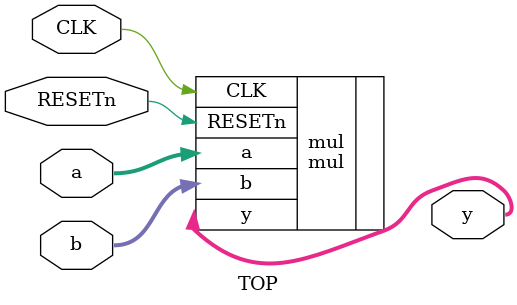
<source format=v>
`timescale 1ns / 1ps

module TOP(CLK, RESETn, a, b, y);
	parameter bw = 16;
	
	input CLK, RESETn;
	input [bw-1:0] a, b;
	output [2*bw-1:0]y;	

	mul #(.bw(bw))  mul(.CLK(CLK), .RESETn(RESETn), .a(a), .b(b), .y(y));

endmodule


</source>
